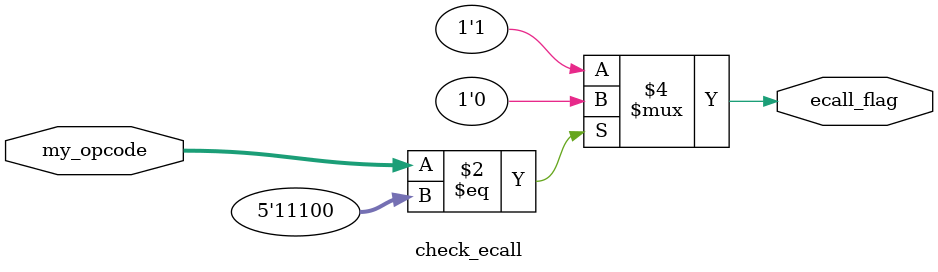
<source format=v>
`timescale 1ns / 1ps

module check_ecall(input [4:0] my_opcode, output reg ecall_flag);

always @(*)begin
    if (my_opcode == 5'b11100) begin
        ecall_flag = 0;
    end else begin
    
        ecall_flag = 1;
    end

end
endmodule

</source>
